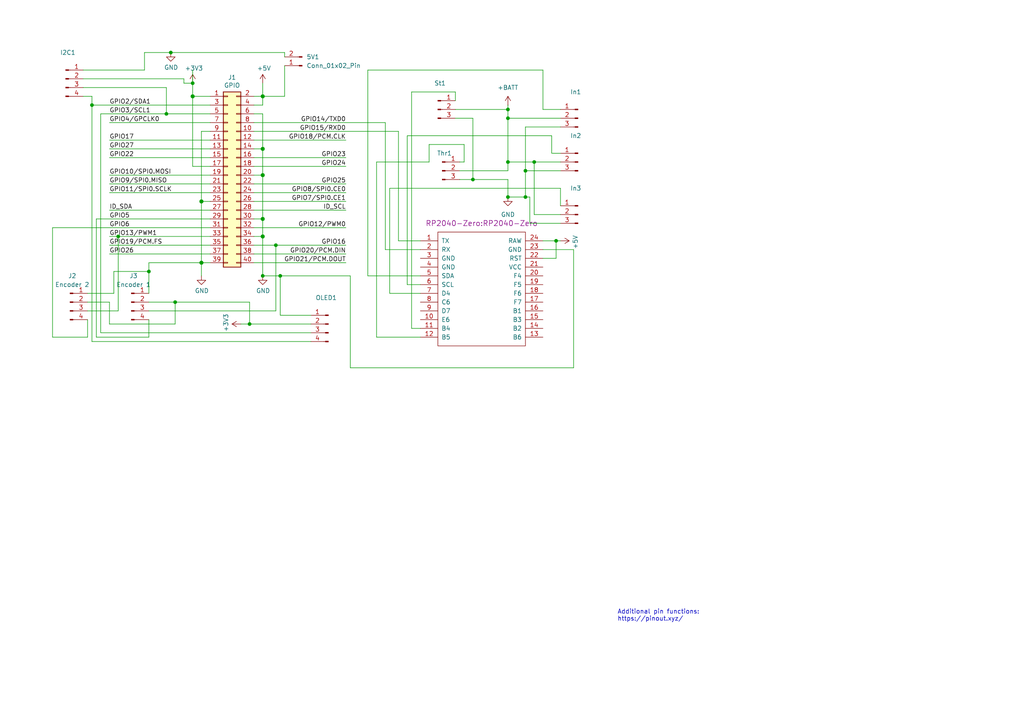
<source format=kicad_sch>
(kicad_sch (version 20231120) (generator "eeschema") (generator_version "8.0")
  (paper "A4")
  (title_block (date "15 nov 2012"))
  (lib_symbols
    (symbol "Connector:Conn_01x02_Pin" (pin_names (offset 1.016) hide)
      (property "Reference" "J" (at 0 2.54 0))
      (property "Value" "Conn_01x02_Pin" (at 0 -5.08 0))
      (symbol "Conn_01x02_Pin_1_1"
        (polyline (pts (xy 1.27 -2.54) (xy 0.8636 -2.54)) (stroke (width 0.1524)))
        (polyline (pts (xy 1.27 0) (xy 0.8636 0)) (stroke (width 0.1524)))
        (rectangle (start 0.8636 -2.413) (end 0 -2.667) (stroke (width 0.1524)) (fill (type outline)))
        (rectangle (start 0.8636 0.127) (end 0 -0.127) (stroke (width 0.1524)) (fill (type outline)))
        (pin passive line (at 5.08 0 180) (length 3.81) (name "Pin_1") (number "1"))
        (pin passive line (at 5.08 -2.54 180) (length 3.81) (name "Pin_2") (number "2"))
      )
    )
    (symbol "Connector:Conn_01x03_Pin" (pin_names (offset 1.016) hide)
      (property "Reference" "J" (at 0 5.08 0))
      (property "Value" "Conn_01x03_Pin" (at 0 -5.08 0))
      (symbol "Conn_01x03_Pin_1_1"
        (polyline (pts (xy 1.27 -2.54) (xy 0.8636 -2.54)) (stroke (width 0.1524)))
        (polyline (pts (xy 1.27 0) (xy 0.8636 0)) (stroke (width 0.1524)))
        (polyline (pts (xy 1.27 2.54) (xy 0.8636 2.54)) (stroke (width 0.1524)))
        (rectangle (start 0.8636 -2.413) (end 0 -2.667) (stroke (width 0.1524)) (fill (type outline)))
        (rectangle (start 0.8636 0.127) (end 0 -0.127) (stroke (width 0.1524)) (fill (type outline)))
        (rectangle (start 0.8636 2.667) (end 0 2.413) (stroke (width 0.1524)) (fill (type outline)))
        (pin passive line (at 5.08 2.54 180) (length 3.81) (name "Pin_1") (number "1"))
        (pin passive line (at 5.08 0 180) (length 3.81) (name "Pin_2") (number "2"))
        (pin passive line (at 5.08 -2.54 180) (length 3.81) (name "Pin_3") (number "3"))
      )
    )
    (symbol "Connector:Conn_01x04_Pin" (pin_names (offset 1.016) hide)
      (property "Reference" "J" (at 0 5.08 0))
      (property "Value" "Conn_01x04_Pin" (at 0 -7.62 0))
      (symbol "Conn_01x04_Pin_1_1"
        (polyline (pts (xy 1.27 -5.08) (xy 0.8636 -5.08)) (stroke (width 0.1524)))
        (polyline (pts (xy 1.27 -2.54) (xy 0.8636 -2.54)) (stroke (width 0.1524)))
        (polyline (pts (xy 1.27 0) (xy 0.8636 0)) (stroke (width 0.1524)))
        (polyline (pts (xy 1.27 2.54) (xy 0.8636 2.54)) (stroke (width 0.1524)))
        (rectangle (start 0.8636 -4.953) (end 0 -5.207) (stroke (width 0.1524)) (fill (type outline)))
        (rectangle (start 0.8636 -2.413) (end 0 -2.667) (stroke (width 0.1524)) (fill (type outline)))
        (rectangle (start 0.8636 0.127) (end 0 -0.127) (stroke (width 0.1524)) (fill (type outline)))
        (rectangle (start 0.8636 2.667) (end 0 2.413) (stroke (width 0.1524)) (fill (type outline)))
        (pin passive line (at 5.08 2.54 180) (length 3.81) (name "Pin_1") (number "1"))
        (pin passive line (at 5.08 0 180) (length 3.81) (name "Pin_2") (number "2"))
        (pin passive line (at 5.08 -2.54 180) (length 3.81) (name "Pin_3") (number "3"))
        (pin passive line (at 5.08 -5.08 180) (length 3.81) (name "Pin_4") (number "4"))
      )
    )
    (symbol "Connector_Generic:Conn_02x20_Odd_Even" (pin_names (offset 1.016) hide)
      (property "Reference" "J" (at 1.27 25.4 0))
      (property "Value" "Conn_02x20_Odd_Even" (at 1.27 -27.94 0))
      (symbol "Conn_02x20_Odd_Even_1_1"
        (rectangle (start -1.27 -25.273) (end 0 -25.527) (stroke (width 0.1524)))
        (rectangle (start -1.27 -22.733) (end 0 -22.987) (stroke (width 0.1524)))
        (rectangle (start -1.27 -20.193) (end 0 -20.447) (stroke (width 0.1524)))
        (rectangle (start -1.27 -17.653) (end 0 -17.907) (stroke (width 0.1524)))
        (rectangle (start -1.27 -15.113) (end 0 -15.367) (stroke (width 0.1524)))
        (rectangle (start -1.27 -12.573) (end 0 -12.827) (stroke (width 0.1524)))
        (rectangle (start -1.27 -10.033) (end 0 -10.287) (stroke (width 0.1524)))
        (rectangle (start -1.27 -7.493) (end 0 -7.747) (stroke (width 0.1524)))
        (rectangle (start -1.27 -4.953) (end 0 -5.207) (stroke (width 0.1524)))
        (rectangle (start -1.27 -2.413) (end 0 -2.667) (stroke (width 0.1524)))
        (rectangle (start -1.27 0.127) (end 0 -0.127) (stroke (width 0.1524)))
        (rectangle (start -1.27 2.667) (end 0 2.413) (stroke (width 0.1524)))
        (rectangle (start -1.27 5.207) (end 0 4.953) (stroke (width 0.1524)))
        (rectangle (start -1.27 7.747) (end 0 7.493) (stroke (width 0.1524)))
        (rectangle (start -1.27 10.287) (end 0 10.033) (stroke (width 0.1524)))
        (rectangle (start -1.27 12.827) (end 0 12.573) (stroke (width 0.1524)))
        (rectangle (start -1.27 15.367) (end 0 15.113) (stroke (width 0.1524)))
        (rectangle (start -1.27 17.907) (end 0 17.653) (stroke (width 0.1524)))
        (rectangle (start -1.27 20.447) (end 0 20.193) (stroke (width 0.1524)))
        (rectangle (start -1.27 22.987) (end 0 22.733) (stroke (width 0.1524)))
        (rectangle (start -1.27 24.13) (end 3.81 -26.67) (stroke (width 0.254)) (fill (type background)))
        (rectangle (start 3.81 -25.273) (end 2.54 -25.527) (stroke (width 0.1524)))
        (rectangle (start 3.81 -22.733) (end 2.54 -22.987) (stroke (width 0.1524)))
        (rectangle (start 3.81 -20.193) (end 2.54 -20.447) (stroke (width 0.1524)))
        (rectangle (start 3.81 -17.653) (end 2.54 -17.907) (stroke (width 0.1524)))
        (rectangle (start 3.81 -15.113) (end 2.54 -15.367) (stroke (width 0.1524)))
        (rectangle (start 3.81 -12.573) (end 2.54 -12.827) (stroke (width 0.1524)))
        (rectangle (start 3.81 -10.033) (end 2.54 -10.287) (stroke (width 0.1524)))
        (rectangle (start 3.81 -7.493) (end 2.54 -7.747) (stroke (width 0.1524)))
        (rectangle (start 3.81 -4.953) (end 2.54 -5.207) (stroke (width 0.1524)))
        (rectangle (start 3.81 -2.413) (end 2.54 -2.667) (stroke (width 0.1524)))
        (rectangle (start 3.81 0.127) (end 2.54 -0.127) (stroke (width 0.1524)))
        (rectangle (start 3.81 2.667) (end 2.54 2.413) (stroke (width 0.1524)))
        (rectangle (start 3.81 5.207) (end 2.54 4.953) (stroke (width 0.1524)))
        (rectangle (start 3.81 7.747) (end 2.54 7.493) (stroke (width 0.1524)))
        (rectangle (start 3.81 10.287) (end 2.54 10.033) (stroke (width 0.1524)))
        (rectangle (start 3.81 12.827) (end 2.54 12.573) (stroke (width 0.1524)))
        (rectangle (start 3.81 15.367) (end 2.54 15.113) (stroke (width 0.1524)))
        (rectangle (start 3.81 17.907) (end 2.54 17.653) (stroke (width 0.1524)))
        (rectangle (start 3.81 20.447) (end 2.54 20.193) (stroke (width 0.1524)))
        (rectangle (start 3.81 22.987) (end 2.54 22.733) (stroke (width 0.1524)))
        (pin passive line (at -5.08 22.86 0) (length 3.81) (name "Pin_1") (number "1"))
        (pin passive line (at 7.62 12.7 180) (length 3.81) (name "Pin_10") (number "10"))
        (pin passive line (at -5.08 10.16 0) (length 3.81) (name "Pin_11") (number "11"))
        (pin passive line (at 7.62 10.16 180) (length 3.81) (name "Pin_12") (number "12"))
        (pin passive line (at -5.08 7.62 0) (length 3.81) (name "Pin_13") (number "13"))
        (pin passive line (at 7.62 7.62 180) (length 3.81) (name "Pin_14") (number "14"))
        (pin passive line (at -5.08 5.08 0) (length 3.81) (name "Pin_15") (number "15"))
        (pin passive line (at 7.62 5.08 180) (length 3.81) (name "Pin_16") (number "16"))
        (pin passive line (at -5.08 2.54 0) (length 3.81) (name "Pin_17") (number "17"))
        (pin passive line (at 7.62 2.54 180) (length 3.81) (name "Pin_18") (number "18"))
        (pin passive line (at -5.08 0 0) (length 3.81) (name "Pin_19") (number "19"))
        (pin passive line (at 7.62 22.86 180) (length 3.81) (name "Pin_2") (number "2"))
        (pin passive line (at 7.62 0 180) (length 3.81) (name "Pin_20") (number "20"))
        (pin passive line (at -5.08 -2.54 0) (length 3.81) (name "Pin_21") (number "21"))
        (pin passive line (at 7.62 -2.54 180) (length 3.81) (name "Pin_22") (number "22"))
        (pin passive line (at -5.08 -5.08 0) (length 3.81) (name "Pin_23") (number "23"))
        (pin passive line (at 7.62 -5.08 180) (length 3.81) (name "Pin_24") (number "24"))
        (pin passive line (at -5.08 -7.62 0) (length 3.81) (name "Pin_25") (number "25"))
        (pin passive line (at 7.62 -7.62 180) (length 3.81) (name "Pin_26") (number "26"))
        (pin passive line (at -5.08 -10.16 0) (length 3.81) (name "Pin_27") (number "27"))
        (pin passive line (at 7.62 -10.16 180) (length 3.81) (name "Pin_28") (number "28"))
        (pin passive line (at -5.08 -12.7 0) (length 3.81) (name "Pin_29") (number "29"))
        (pin passive line (at -5.08 20.32 0) (length 3.81) (name "Pin_3") (number "3"))
        (pin passive line (at 7.62 -12.7 180) (length 3.81) (name "Pin_30") (number "30"))
        (pin passive line (at -5.08 -15.24 0) (length 3.81) (name "Pin_31") (number "31"))
        (pin passive line (at 7.62 -15.24 180) (length 3.81) (name "Pin_32") (number "32"))
        (pin passive line (at -5.08 -17.78 0) (length 3.81) (name "Pin_33") (number "33"))
        (pin passive line (at 7.62 -17.78 180) (length 3.81) (name "Pin_34") (number "34"))
        (pin passive line (at -5.08 -20.32 0) (length 3.81) (name "Pin_35") (number "35"))
        (pin passive line (at 7.62 -20.32 180) (length 3.81) (name "Pin_36") (number "36"))
        (pin passive line (at -5.08 -22.86 0) (length 3.81) (name "Pin_37") (number "37"))
        (pin passive line (at 7.62 -22.86 180) (length 3.81) (name "Pin_38") (number "38"))
        (pin passive line (at -5.08 -25.4 0) (length 3.81) (name "Pin_39") (number "39"))
        (pin passive line (at 7.62 20.32 180) (length 3.81) (name "Pin_4") (number "4"))
        (pin passive line (at 7.62 -25.4 180) (length 3.81) (name "Pin_40") (number "40"))
        (pin passive line (at -5.08 17.78 0) (length 3.81) (name "Pin_5") (number "5"))
        (pin passive line (at 7.62 17.78 180) (length 3.81) (name "Pin_6") (number "6"))
        (pin passive line (at -5.08 15.24 0) (length 3.81) (name "Pin_7") (number "7"))
        (pin passive line (at 7.62 15.24 180) (length 3.81) (name "Pin_8") (number "8"))
        (pin passive line (at -5.08 12.7 0) (length 3.81) (name "Pin_9") (number "9"))
      )
    )
    (symbol "GND_1" (power) (pin_numbers hide) (pin_names (offset 0) hide)
      (property "Value" "GND" (at 0 -3.81 0))
      (symbol "GND_1_0_1"
        (polyline (pts (xy 0 0) (xy 0 -1.27) (xy 1.27 -1.27) (xy 0 -2.54) (xy -1.27 -1.27) (xy 0 -1.27)))
      )
      (symbol "GND_1_1_1"
        (pin power_in line (at 0 0 270) (length 0) (name "~") (number "1"))
      )
    )
    (symbol "power:+3.3V" (power) (pin_names (offset 0))
      (property "Value" "+3.3V" (at 0 3.556 0))
      (symbol "+3.3V_0_1"
        (polyline (pts (xy -0.762 1.27) (xy 0 2.54)))
        (polyline (pts (xy 0 0) (xy 0 2.54)))
        (polyline (pts (xy 0 2.54) (xy 0.762 1.27)))
      )
      (symbol "+3.3V_1_1"
        (pin power_in line (at 0 0 90) (length 0) hide (name "+3V3") (number "1"))
      )
    )
    (symbol "power:+5V" (power) (pin_names (offset 0))
      (property "Value" "+5V" (at 0 3.556 0))
      (symbol "+5V_0_1"
        (polyline (pts (xy -0.762 1.27) (xy 0 2.54)))
        (polyline (pts (xy 0 0) (xy 0 2.54)))
        (polyline (pts (xy 0 2.54) (xy 0.762 1.27)))
      )
      (symbol "+5V_1_1"
        (pin power_in line (at 0 0 90) (length 0) hide (name "+5V") (number "1"))
      )
    )
    (symbol "power:+BATT" (power) (pin_numbers hide) (pin_names (offset 0) hide)
      (property "Value" "+BATT" (at 0 3.556 0))
      (symbol "+BATT_0_1"
        (polyline (pts (xy -0.762 1.27) (xy 0 2.54)))
        (polyline (pts (xy 0 0) (xy 0 2.54)))
        (polyline (pts (xy 0 2.54) (xy 0.762 1.27)))
      )
      (symbol "+BATT_1_1"
        (pin power_in line (at 0 0 90) (length 0) (name "~") (number "1"))
      )
    )
    (symbol "power:GND" (power) (pin_names (offset 0))
      (property "Value" "GND" (at 0 -3.81 0))
      (symbol "GND_0_1"
        (polyline (pts (xy 0 0) (xy 0 -1.27) (xy 1.27 -1.27) (xy 0 -2.54) (xy -1.27 -1.27) (xy 0 -1.27)))
      )
      (symbol "GND_1_1"
        (pin power_in line (at 0 0 270) (length 0) hide (name "GND") (number "1"))
      )
    )
    (symbol "promicro:ProMicro" (pin_names (offset 1.016))
      (property "Reference" "U" (at 0 24.13 0))
      (property "Value" "ProMicro" (at 0 -13.97 0))
      (symbol "ProMicro_0_1"
        (rectangle (start -12.7 21.59) (end 12.7 -11.43))
      )
      (symbol "ProMicro_1_1"
        (pin bidirectional line (at -17.78 19.05 0) (length 5.08) (name "TX") (number "1"))
        (pin bidirectional line (at -17.78 -3.81 0) (length 5.08) (name "E6") (number "10"))
        (pin bidirectional line (at -17.78 -6.35 0) (length 5.08) (name "B4") (number "11"))
        (pin bidirectional line (at -17.78 -8.89 0) (length 5.08) (name "B5") (number "12"))
        (pin bidirectional line (at 17.78 -8.89 180) (length 5.08) (name "B6") (number "13"))
        (pin bidirectional line (at 17.78 -6.35 180) (length 5.08) (name "B2") (number "14"))
        (pin bidirectional line (at 17.78 -3.81 180) (length 5.08) (name "B3") (number "15"))
        (pin bidirectional line (at 17.78 -1.27 180) (length 5.08) (name "B1") (number "16"))
        (pin bidirectional line (at 17.78 1.27 180) (length 5.08) (name "F7") (number "17"))
        (pin bidirectional line (at 17.78 3.81 180) (length 5.08) (name "F6") (number "18"))
        (pin bidirectional line (at 17.78 6.35 180) (length 5.08) (name "F5") (number "19"))
        (pin bidirectional line (at -17.78 16.51 0) (length 5.08) (name "RX") (number "2"))
        (pin bidirectional line (at 17.78 8.89 180) (length 5.08) (name "F4") (number "20"))
        (pin power_in line (at 17.78 11.43 180) (length 5.08) (name "VCC") (number "21"))
        (pin input line (at 17.78 13.97 180) (length 5.08) (name "RST") (number "22"))
        (pin power_in line (at 17.78 16.51 180) (length 5.08) (name "GND") (number "23"))
        (pin power_out line (at 17.78 19.05 180) (length 5.08) (name "RAW") (number "24"))
        (pin power_in line (at -17.78 13.97 0) (length 5.08) (name "GND") (number "3"))
        (pin power_in line (at -17.78 11.43 0) (length 5.08) (name "GND") (number "4"))
        (pin bidirectional line (at -17.78 8.89 0) (length 5.08) (name "SDA") (number "5"))
        (pin bidirectional line (at -17.78 6.35 0) (length 5.08) (name "SCL") (number "6"))
        (pin bidirectional line (at -17.78 3.81 0) (length 5.08) (name "D4") (number "7"))
        (pin bidirectional line (at -17.78 1.27 0) (length 5.08) (name "C6") (number "8"))
        (pin bidirectional line (at -17.78 -1.27 0) (length 5.08) (name "D7") (number "9"))
      )
    )
  )
  (junction (at 50.8 87.63))
  (junction (at 76.2 27.94) (diameter 1.016))
  (junction (at 76.2 43.18) (diameter 1.016))
  (junction (at 147.32 31.75))
  (junction (at 80.01 71.12))
  (junction (at 161.29 69.85))
  (junction (at 76.2 80.01))
  (junction (at 58.42 76.2) (diameter 1.016))
  (junction (at 55.88 24.13))
  (junction (at 58.42 58.42) (diameter 1.016))
  (junction (at 154.94 46.99))
  (junction (at 43.18 78.74))
  (junction (at 76.2 68.58) (diameter 1.016))
  (junction (at 48.26 33.02))
  (junction (at 147.32 34.29))
  (junction (at 152.4 49.53))
  (junction (at 34.29 68.58))
  (junction (at 76.2 63.5) (diameter 1.016))
  (junction (at 76.2 50.8) (diameter 1.016))
  (junction (at 26.67 30.48))
  (junction (at 147.32 46.99))
  (junction (at 137.16 52.07))
  (junction (at 72.39 93.98))
  (junction (at 152.4 57.15))
  (junction (at 81.28 80.01))
  (junction (at 147.32 57.15))
  (junction (at 55.88 27.94) (diameter 1.016))
  (junction (at 49.53 15.24))
  (wire (pts (xy 58.42 58.42) (xy 58.42 76.2)))
  (wire (pts (xy 73.66 58.42) (xy 100.33 58.42)))
  (wire (pts (xy 121.92 69.85) (xy 115.57 69.85)))
  (wire (pts (xy 60.96 40.64) (xy 31.75 40.64)))
  (wire (pts (xy 121.92 82.55) (xy 118.11 82.55)))
  (wire (pts (xy 43.18 92.71) (xy 43.18 97.79)))
  (wire (pts (xy 76.2 33.02) (xy 76.2 43.18)))
  (wire (pts (xy 76.2 27.94) (xy 82.55 27.94)))
  (wire (pts (xy 118.11 82.55) (xy 118.11 39.37)))
  (wire (pts (xy 76.2 50.8) (xy 73.66 50.8)))
  (wire (pts (xy 124.46 46.99) (xy 124.46 41.91)))
  (wire (pts (xy 157.48 69.85) (xy 161.29 69.85)))
  (wire (pts (xy 121.92 85.09) (xy 113.03 85.09)))
  (wire (pts (xy 119.38 26.67) (xy 119.38 95.25)))
  (wire (pts (xy 76.2 63.5) (xy 76.2 68.58)))
  (wire (pts (xy 27.94 97.79) (xy 43.18 97.79)))
  (wire (pts (xy 53.34 24.13) (xy 55.88 24.13)))
  (wire (pts (xy 80.01 71.12) (xy 100.33 71.12)))
  (wire (pts (xy 15.24 66.04) (xy 60.96 66.04)))
  (wire (pts (xy 154.94 46.99) (xy 162.56 46.99)))
  (wire (pts (xy 25.4 90.17) (xy 34.29 90.17)))
  (wire (pts (xy 161.29 69.85) (xy 162.56 69.85)))
  (wire (pts (xy 82.55 15.24) (xy 82.55 16.51)))
  (wire (pts (xy 25.4 92.71) (xy 25.4 97.79)))
  (wire (pts (xy 76.2 50.8) (xy 76.2 63.5)))
  (wire (pts (xy 162.56 54.61) (xy 162.56 59.69)))
  (wire (pts (xy 73.66 35.56) (xy 111.76 35.56)))
  (wire (pts (xy 58.42 38.1) (xy 58.42 58.42)))
  (wire (pts (xy 147.32 30.48) (xy 147.32 31.75)))
  (wire (pts (xy 81.28 80.01) (xy 101.6 80.01)))
  (wire (pts (xy 152.4 49.53) (xy 162.56 49.53)))
  (wire (pts (xy 166.37 72.39) (xy 157.48 72.39)))
  (wire (pts (xy 58.42 38.1) (xy 60.96 38.1)))
  (wire (pts (xy 73.66 55.88) (xy 100.33 55.88)))
  (wire (pts (xy 33.02 78.74) (xy 43.18 78.74)))
  (wire (pts (xy 60.96 60.96) (xy 31.75 60.96)))
  (wire (pts (xy 25.4 85.09) (xy 33.02 85.09)))
  (wire (pts (xy 41.91 20.32) (xy 41.91 15.24)))
  (wire (pts (xy 27.94 63.5) (xy 27.94 97.79)))
  (wire (pts (xy 50.8 93.98) (xy 50.8 87.63)))
  (wire (pts (xy 43.18 87.63) (xy 50.8 87.63)))
  (wire (pts (xy 157.48 20.32) (xy 157.48 31.75)))
  (wire (pts (xy 152.4 49.53) (xy 152.4 36.83)))
  (wire (pts (xy 58.42 58.42) (xy 60.96 58.42)))
  (wire (pts (xy 101.6 80.01) (xy 101.6 106.68)))
  (wire (pts (xy 73.66 45.72) (xy 100.33 45.72)))
  (wire (pts (xy 43.18 90.17) (xy 80.01 90.17)))
  (wire (pts (xy 133.35 52.07) (xy 137.16 52.07)))
  (wire (pts (xy 147.32 34.29) (xy 147.32 46.99)))
  (wire (pts (xy 15.24 66.04) (xy 15.24 97.79)))
  (wire (pts (xy 147.32 46.99) (xy 147.32 49.53)))
  (wire (pts (xy 49.53 15.24) (xy 82.55 15.24)))
  (wire (pts (xy 111.76 72.39) (xy 121.92 72.39)))
  (wire (pts (xy 80.01 90.17) (xy 80.01 71.12)))
  (wire (pts (xy 73.66 76.2) (xy 100.33 76.2)))
  (wire (pts (xy 58.42 76.2) (xy 58.42 80.01)))
  (wire (pts (xy 31.75 43.18) (xy 60.96 43.18)))
  (wire (pts (xy 55.88 20.32) (xy 55.88 24.13)))
  (wire (pts (xy 153.67 64.77) (xy 162.56 64.77)))
  (wire (pts (xy 137.16 52.07) (xy 147.32 52.07)))
  (wire (pts (xy 121.92 80.01) (xy 106.68 80.01)))
  (wire (pts (xy 24.13 25.4) (xy 48.26 25.4)))
  (wire (pts (xy 76.2 68.58) (xy 73.66 68.58)))
  (wire (pts (xy 109.22 46.99) (xy 124.46 46.99)))
  (wire (pts (xy 26.67 30.48) (xy 26.67 99.06)))
  (wire (pts (xy 15.24 97.79) (xy 25.4 97.79)))
  (wire (pts (xy 152.4 36.83) (xy 162.56 36.83)))
  (wire (pts (xy 31.75 55.88) (xy 60.96 55.88)))
  (wire (pts (xy 133.35 49.53) (xy 147.32 49.53)))
  (wire (pts (xy 55.88 48.26) (xy 60.96 48.26)))
  (wire (pts (xy 154.94 62.23) (xy 154.94 46.99)))
  (wire (pts (xy 109.22 97.79) (xy 109.22 46.99)))
  (wire (pts (xy 124.46 41.91) (xy 134.62 41.91)))
  (wire (pts (xy 76.2 27.94) (xy 76.2 30.48)))
  (wire (pts (xy 157.48 74.93) (xy 161.29 74.93)))
  (wire (pts (xy 76.2 43.18) (xy 76.2 50.8)))
  (wire (pts (xy 73.66 40.64) (xy 100.33 40.64)))
  (wire (pts (xy 48.26 25.4) (xy 48.26 33.02)))
  (wire (pts (xy 76.2 43.18) (xy 73.66 43.18)))
  (wire (pts (xy 106.68 80.01) (xy 106.68 20.32)))
  (wire (pts (xy 26.67 27.94) (xy 26.67 30.48)))
  (wire (pts (xy 113.03 54.61) (xy 162.56 54.61)))
  (wire (pts (xy 76.2 24.13) (xy 76.2 27.94)))
  (wire (pts (xy 111.76 35.56) (xy 111.76 72.39)))
  (wire (pts (xy 147.32 34.29) (xy 162.56 34.29)))
  (wire (pts (xy 31.75 35.56) (xy 60.96 35.56)))
  (wire (pts (xy 76.2 27.94) (xy 73.66 27.94)))
  (wire (pts (xy 147.32 31.75) (xy 147.32 34.29)))
  (wire (pts (xy 55.88 27.94) (xy 55.88 48.26)))
  (wire (pts (xy 29.21 33.02) (xy 48.26 33.02)))
  (wire (pts (xy 73.66 48.26) (xy 100.33 48.26)))
  (wire (pts (xy 26.67 99.06) (xy 90.17 99.06)))
  (wire (pts (xy 73.66 38.1) (xy 115.57 38.1)))
  (wire (pts (xy 69.85 93.98) (xy 72.39 93.98)))
  (wire (pts (xy 160.02 44.45) (xy 162.56 44.45)))
  (wire (pts (xy 137.16 52.07) (xy 137.16 34.29)))
  (wire (pts (xy 118.11 39.37) (xy 160.02 39.37)))
  (wire (pts (xy 31.75 45.72) (xy 60.96 45.72)))
  (wire (pts (xy 31.75 53.34) (xy 60.96 53.34)))
  (wire (pts (xy 113.03 85.09) (xy 113.03 54.61)))
  (wire (pts (xy 166.37 106.68) (xy 166.37 72.39)))
  (wire (pts (xy 55.88 24.13) (xy 55.88 27.94)))
  (wire (pts (xy 132.08 26.67) (xy 119.38 26.67)))
  (wire (pts (xy 157.48 31.75) (xy 162.56 31.75)))
  (wire (pts (xy 24.13 20.32) (xy 41.91 20.32)))
  (wire (pts (xy 76.2 30.48) (xy 73.66 30.48)))
  (wire (pts (xy 29.21 96.52) (xy 29.21 33.02)))
  (wire (pts (xy 154.94 62.23) (xy 162.56 62.23)))
  (wire (pts (xy 25.4 87.63) (xy 31.75 87.63)))
  (wire (pts (xy 31.75 71.12) (xy 60.96 71.12)))
  (wire (pts (xy 134.62 41.91) (xy 134.62 46.99)))
  (wire (pts (xy 31.75 87.63) (xy 31.75 93.98)))
  (wire (pts (xy 73.66 71.12) (xy 80.01 71.12)))
  (wire (pts (xy 132.08 29.21) (xy 132.08 26.67)))
  (wire (pts (xy 73.66 66.04) (xy 100.33 66.04)))
  (wire (pts (xy 147.32 46.99) (xy 154.94 46.99)))
  (wire (pts (xy 81.28 91.44) (xy 81.28 80.01)))
  (wire (pts (xy 58.42 76.2) (xy 60.96 76.2)))
  (wire (pts (xy 72.39 87.63) (xy 72.39 93.98)))
  (wire (pts (xy 73.66 73.66) (xy 100.33 73.66)))
  (wire (pts (xy 121.92 97.79) (xy 109.22 97.79)))
  (wire (pts (xy 76.2 33.02) (xy 73.66 33.02)))
  (wire (pts (xy 31.75 73.66) (xy 60.96 73.66)))
  (wire (pts (xy 41.91 15.24) (xy 49.53 15.24)))
  (wire (pts (xy 24.13 22.86) (xy 53.34 22.86)))
  (wire (pts (xy 134.62 46.99) (xy 133.35 46.99)))
  (wire (pts (xy 58.42 76.2) (xy 43.18 76.2)))
  (wire (pts (xy 132.08 31.75) (xy 147.32 31.75)))
  (wire (pts (xy 147.32 57.15) (xy 147.32 52.07)))
  (wire (pts (xy 50.8 87.63) (xy 72.39 87.63)))
  (wire (pts (xy 53.34 22.86) (xy 53.34 24.13)))
  (wire (pts (xy 34.29 68.58) (xy 34.29 90.17)))
  (wire (pts (xy 26.67 30.48) (xy 60.96 30.48)))
  (wire (pts (xy 137.16 34.29) (xy 132.08 34.29)))
  (wire (pts (xy 101.6 106.68) (xy 166.37 106.68)))
  (wire (pts (xy 76.2 68.58) (xy 76.2 80.01)))
  (wire (pts (xy 73.66 53.34) (xy 100.33 53.34)))
  (wire (pts (xy 60.96 68.58) (xy 34.29 68.58)))
  (wire (pts (xy 147.32 57.15) (xy 152.4 57.15)))
  (wire (pts (xy 43.18 76.2) (xy 43.18 78.74)))
  (wire (pts (xy 43.18 78.74) (xy 43.18 85.09)))
  (wire (pts (xy 31.75 93.98) (xy 50.8 93.98)))
  (wire (pts (xy 48.26 33.02) (xy 60.96 33.02)))
  (wire (pts (xy 161.29 74.93) (xy 161.29 69.85)))
  (wire (pts (xy 106.68 20.32) (xy 157.48 20.32)))
  (wire (pts (xy 160.02 39.37) (xy 160.02 44.45)))
  (wire (pts (xy 152.4 57.15) (xy 152.4 49.53)))
  (wire (pts (xy 152.4 57.15) (xy 153.67 57.15)))
  (wire (pts (xy 33.02 85.09) (xy 33.02 78.74)))
  (wire (pts (xy 81.28 91.44) (xy 90.17 91.44)))
  (wire (pts (xy 76.2 63.5) (xy 73.66 63.5)))
  (wire (pts (xy 24.13 27.94) (xy 26.67 27.94)))
  (wire (pts (xy 55.88 27.94) (xy 60.96 27.94)))
  (wire (pts (xy 72.39 93.98) (xy 90.17 93.98)))
  (wire (pts (xy 115.57 69.85) (xy 115.57 38.1)))
  (wire (pts (xy 153.67 57.15) (xy 153.67 64.77)))
  (wire (pts (xy 34.29 68.58) (xy 31.75 68.58)))
  (wire (pts (xy 90.17 96.52) (xy 29.21 96.52)))
  (wire (pts (xy 27.94 63.5) (xy 60.96 63.5)))
  (wire (pts (xy 60.96 50.8) (xy 31.75 50.8)))
  (wire (pts (xy 73.66 60.96) (xy 100.33 60.96)))
  (wire (pts (xy 76.2 80.01) (xy 81.28 80.01)))
  (wire (pts (xy 119.38 95.25) (xy 121.92 95.25)))
  (wire (pts (xy 82.55 19.05) (xy 82.55 27.94)))
  (text "Additional pin functions:\nhttps://pinout.xyz/" (at 179.07 180.34 0) (effects (font (size 1.27 1.27)) (justify left bottom)))
  (label "ID_SDA" (at 31.75 60.96 0))
  (label "GPIO6" (at 31.75 66.04 0))
  (label "ID_SCL" (at 100.33 60.96 180))
  (label "GPIO5" (at 31.75 63.5 0))
  (label "GPIO21{slash}PCM.DOUT" (at 100.33 76.2 180))
  (label "GPIO19{slash}PCM.FS" (at 31.75 71.12 0))
  (label "GPIO10{slash}SPI0.MOSI" (at 31.75 50.8 0))
  (label "GPIO9{slash}SPI0.MISO" (at 31.75 53.34 0))
  (label "GPIO23" (at 100.33 45.72 180))
  (label "GPIO4{slash}GPCLK0" (at 31.75 35.56 0))
  (label "GPIO27" (at 31.75 43.18 0))
  (label "GPIO26" (at 31.75 73.66 0))
  (label "GPIO14{slash}TXD0" (at 100.33 35.56 180))
  (label "GPIO8{slash}SPI0.CE0" (at 100.33 55.88 180))
  (label "GPIO15{slash}RXD0" (at 100.33 38.1 180))
  (label "GPIO16" (at 100.33 71.12 180))
  (label "GPIO22" (at 31.75 45.72 0))
  (label "GPIO2{slash}SDA1" (at 31.75 30.48 0))
  (label "GPIO17" (at 31.75 40.64 0))
  (label "GPIO25" (at 100.33 53.34 180))
  (label "GPIO3{slash}SCL1" (at 31.75 33.02 0))
  (label "GPIO18{slash}PCM.CLK" (at 100.33 40.64 180))
  (label "GPIO12{slash}PWM0" (at 100.33 66.04 180))
  (label "GPIO13{slash}PWM1" (at 31.75 68.58 0))
  (label "GPIO20{slash}PCM.DIN" (at 100.33 73.66 180))
  (label "GPIO24" (at 100.33 48.26 180))
  (label "GPIO7{slash}SPI0.CE1" (at 100.33 58.42 180))
  (label "GPIO11{slash}SPI0.SCLK" (at 31.75 55.88 0))
  (symbol (lib_id "power:+5V") (at 76.2 24.13 0) (unit 1)
    (property "Reference" "#PWR01" (effects (hide yes)))
    (property "Value" "+5V" (at 76.5683 19.8056 0))
  )
  (symbol (lib_id "power:+3.3V") (at 55.88 24.13 0) (unit 1)
    (property "Reference" "#PWR04" (effects (hide yes)))
    (property "Value" "+3V3" (at 56.2483 19.8056 0))
  )
  (symbol (lib_id "power:GND") (at 76.2 80.01 0) (unit 1)
    (property "Reference" "#PWR02" (effects (hide yes)))
    (property "Value" "GND" (at 76.3143 84.3344 0))
  )
  (symbol (lib_id "power:GND") (at 58.42 80.01 0) (unit 1)
    (property "Reference" "#PWR03" (effects (hide yes)))
    (property "Value" "GND" (at 58.5343 84.3344 0))
  )
  (symbol (lib_id "Connector_Generic:Conn_02x20_Odd_Even") (at 66.04 50.8 0) (unit 1)
    (property "Reference" "J1" (at 67.31 22.4598 0))
    (property "Value" "GPIO" (at 67.31 24.765 0))
    (property "Footprint" "Connector_PinSocket_2.54mm:PinSocket_2x20_P2.54mm_Vertical" (effects (hide yes)))
  )
  (symbol (lib_name "GND_1") (lib_id "power:GND") (at 147.32 57.15 0) (unit 1)
    (property "Reference" "#PWR06" (effects (hide yes)))
    (property "Value" "GND" (at 147.32 62.23 0))
    (property "Description" "Power symbol creates a global label with name \"GND\" , ground" (effects (hide yes)))
  )
  (symbol (lib_id "Connector:Conn_01x03_Pin") (at 128.27 49.53 0) (unit 1)
    (property "Reference" "Thr1" (at 128.905 44.45 0))
    (property "Value" "Conn_01x03_Pin" (effects (hide yes)))
    (property "Footprint" "Connector_PinHeader_2.54mm:PinHeader_1x03_P2.54mm_Vertical" (effects (hide yes)))
    (property "Description" "Generic connector, single row, 01x03, script generated" (effects (hide yes)))
  )
  (symbol (lib_id "Connector:Conn_01x04_Pin") (at 20.32 87.63 0) (unit 1)
    (property "Reference" "J2" (at 20.955 80.01 0))
    (property "Value" "Encoder 2" (at 20.955 82.55 0))
    (property "Footprint" "Connector_PinHeader_2.54mm:PinHeader_1x04_P2.54mm_Vertical" (effects (hide yes)))
    (property "Description" "Generic connector, single row, 01x04, script generated" (effects (hide yes)))
  )
  (symbol (lib_id "promicro:ProMicro") (at 139.7 88.9 0) (unit 1)
    (property "Reference" "U1" (effects (hide yes)))
    (property "Value" "ProMicro" (effects (hide yes)))
    (property "Footprint" "RP2040-Zero:RP2040-Zero" (at 139.7 64.77 0) (effects (font (size 1.524 1.524))))
  )
  (symbol (lib_id "power:+3.3V") (at 69.85 93.98 90) (unit 1)
    (property "Reference" "#PWR07" (effects (hide yes)))
    (property "Value" "+3V3" (at 65.5256 93.6117 0))
  )
  (symbol (lib_id "Connector:Conn_01x04_Pin") (at 38.1 87.63 0) (unit 1)
    (property "Reference" "J3" (at 38.735 80.01 0))
    (property "Value" "Encoder 1" (at 38.735 82.55 0))
    (property "Footprint" "Connector_PinHeader_2.54mm:PinHeader_1x04_P2.54mm_Vertical" (effects (hide yes)))
    (property "Description" "Generic connector, single row, 01x04, script generated" (effects (hide yes)))
  )
  (symbol (lib_id "power:GND") (at 49.53 15.24 0) (unit 1)
    (property "Reference" "#PWR09" (effects (hide yes)))
    (property "Value" "GND" (at 49.6443 19.5644 0))
  )
  (symbol (lib_id "Connector:Conn_01x03_Pin") (at 127 31.75 0) (unit 1)
    (property "Reference" "St1" (at 127.635 24.13 0))
    (property "Value" "Conn_01x03_Pin" (effects (hide yes)))
    (property "Footprint" "Connector_PinHeader_2.54mm:PinHeader_1x03_P2.54mm_Vertical" (effects (hide yes)))
    (property "Description" "Generic connector, single row, 01x03, script generated" (effects (hide yes)))
  )
  (symbol (lib_id "Connector:Conn_01x04_Pin") (at 19.05 22.86 0) (unit 1)
    (property "Reference" "I2C1" (at 19.685 15.24 0))
    (property "Value" "Conn_01x04_Pin" (effects (hide yes)))
    (property "Footprint" "Connector_PinHeader_2.54mm:PinHeader_1x04_P2.54mm_Vertical" (effects (hide yes)))
    (property "Description" "Generic connector, single row, 01x04, script generated" (effects (hide yes)))
  )
  (symbol (lib_id "Connector:Conn_01x02_Pin") (at 87.63 19.05 180) (unit 1)
    (property "Reference" "5V1" (at 88.9 16.5099 0) (effects (justify right)))
    (property "Value" "Conn_01x02_Pin" (at 88.9 19.0499 0) (effects (justify right)))
    (property "Footprint" "Connector_PinHeader_2.54mm:PinHeader_1x02_P2.54mm_Vertical" (effects (hide yes)))
    (property "Description" "Generic connector, single row, 01x02, script generated" (effects (hide yes)))
  )
  (symbol (lib_id "power:+5V") (at 162.56 69.85 270) (unit 1)
    (property "Reference" "#PWR05" (effects (hide yes)))
    (property "Value" "+5V" (at 166.8844 70.2183 0))
  )
  (symbol (lib_id "Connector:Conn_01x03_Pin") (at 167.64 62.23 0) (mirror y) (unit 1)
    (property "Reference" "In3" (at 167.005 54.61 0))
    (property "Value" "Conn_01x03_Pin" (effects (hide yes)))
    (property "Footprint" "Connector_PinHeader_2.54mm:PinHeader_1x03_P2.54mm_Vertical" (effects (hide yes)))
    (property "Description" "Generic connector, single row, 01x03, script generated" (effects (hide yes)))
  )
  (symbol (lib_id "Connector:Conn_01x03_Pin") (at 167.64 34.29 0) (mirror y) (unit 1)
    (property "Reference" "In1" (at 167.005 26.67 0))
    (property "Value" "RC 1" (effects (hide yes)))
    (property "Footprint" "Connector_PinHeader_2.54mm:PinHeader_1x03_P2.54mm_Vertical" (effects (hide yes)))
    (property "Description" "Generic connector, single row, 01x03, script generated" (effects (hide yes)))
  )
  (symbol (lib_id "power:+BATT") (at 147.32 30.48 0) (unit 1)
    (property "Reference" "#PWR08" (effects (hide yes)))
    (property "Value" "+BATT" (at 147.32 25.4 0))
    (property "Description" "Power symbol creates a global label with name \"+BATT\"" (effects (hide yes)))
  )
  (symbol (lib_id "Connector:Conn_01x03_Pin") (at 167.64 46.99 0) (mirror y) (unit 1)
    (property "Reference" "In2" (at 167.005 39.37 0))
    (property "Value" "Conn_01x03_Pin" (effects (hide yes)))
    (property "Footprint" "Connector_PinHeader_2.54mm:PinHeader_1x03_P2.54mm_Vertical" (effects (hide yes)))
    (property "Description" "Generic connector, single row, 01x03, script generated" (effects (hide yes)))
  )
  (symbol (lib_id "Connector:Conn_01x04_Pin") (at 95.25 93.98 0) (mirror y) (unit 1)
    (property "Reference" "OLED1" (at 94.615 86.36 0))
    (property "Value" "Conn_01x04_Pin" (effects (hide yes)))
    (property "Footprint" "Connector_PinHeader_2.54mm:PinHeader_1x04_P2.54mm_Vertical" (effects (hide yes)))
    (property "Description" "Generic connector, single row, 01x04, script generated" (effects (hide yes)))
  )
)
</source>
